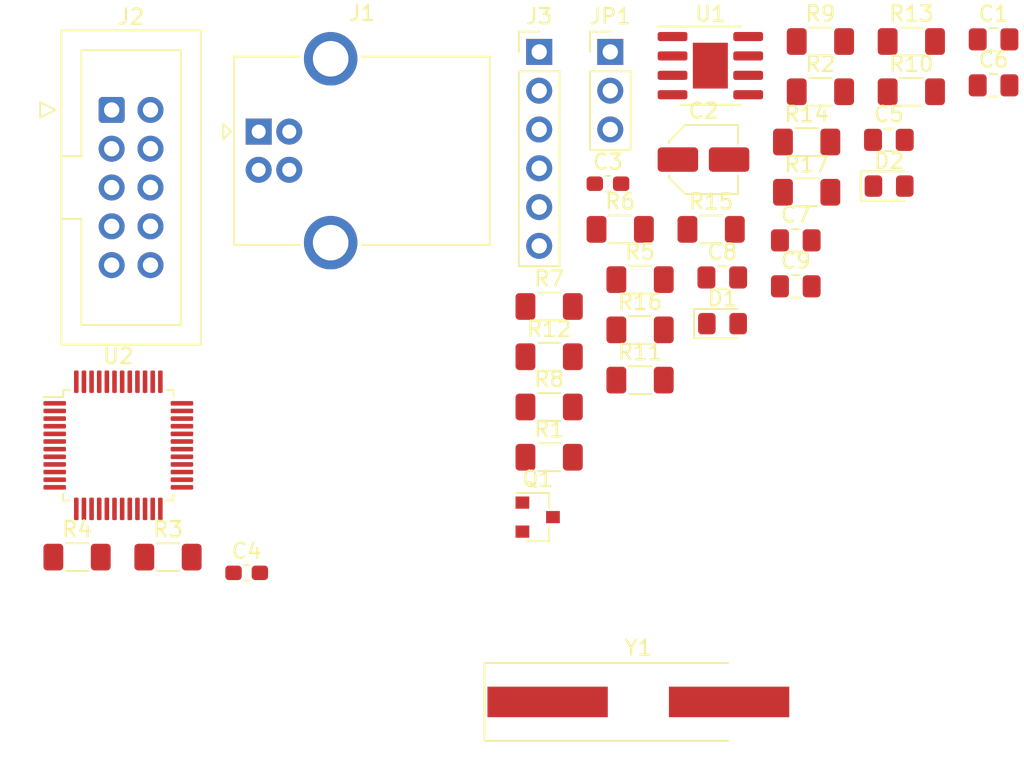
<source format=kicad_pcb>
(kicad_pcb (version 20211014) (generator pcbnew)
  (layers (0 "F.Cu" signal) (31 "B.Cu" signal) (34 "B.Paste" user) (35 "F.Paste" user) (36 "B.SilkS" user "B.Silkscreen") (37 "F.SilkS" user "F.Silkscreen") (38 "B.Mask" user) (39 "F.Mask" user) (44 "Edge.Cuts" user))
  (net 0 "")
  (net 1 "Net-(C1-Pad1)")
  (net 2 "GND")
  (net 3 "+3V3")
  (net 4 "Net-(C3-Pad1)")
  (net 5 "Net-(C4-Pad2)")
  (net 6 "/NRST")
  (net 7 "/LED")
  (net 8 "Net-(D1-Pad2)")
  (net 9 "Net-(D2-Pad1)")
  (net 10 "+5V")
  (net 11 "Net-(J1-Pad2)")
  (net 12 "Net-(J1-Pad3)")
  (net 13 "/T_PWR")
  (net 14 "/T_CLK")
  (net 15 "/T_SWO")
  (net 16 "/T_TX")
  (net 17 "/T_DIO")
  (net 18 "/T_RST")
  (net 19 "/T_RX")
  (net 20 "/DIO")
  (net 21 "/CLK")
  (net 22 "/BOOT0")
  (net 23 "Net-(JP1-Pad2)")
  (net 24 "Net-(Q1-Pad1)")
  (net 25 "Net-(Q1-Pad2)")
  (net 26 "Net-(R1-Pad2)")
  (net 27 "Net-(R2-Pad2)")
  (net 28 "/USB_D+")
  (net 29 "/USB_D-")
  (net 30 "/USB_RENUM")
  (net 31 "Net-(R10-Pad2)")
  (net 32 "Net-(R11-Pad2)")
  (net 33 "Net-(R12-Pad2)")
  (net 34 "Net-(R14-Pad2)")
  (footprint "Resistor_SMD:R_1206_3216Metric_Pad1.30x1.75mm_HandSolder" (layer "F.Cu") (at 150.576 94.235)
    (fp_text reference "R10" (at 0 -1.82) (layer "F.SilkS"))
    (fp_text value "10k")
    (fp_line (start -0.727064 0.91) (end 0.727064 0.91) (layer "F.SilkS") (width 0.12))
    (fp_line (start -0.727064 -0.91) (end 0.727064 -0.91) (layer "F.SilkS") (width 0.12))
    (pad "1" smd roundrect locked (at -1.55 0) (size 1.3 1.75) (layers "F.Cu" "F.Paste" "F.Mask") (roundrect_rratio 0.192308) (net 2 "GND"))
    (pad "2" smd roundrect locked (at 1.55 0) (size 1.3 1.75) (layers "F.Cu" "F.Paste" "F.Mask") (roundrect_rratio 0.192308) (net 31 "Net-(R10-Pad2)"))
  )
  (footprint "Resistor_SMD:R_1206_3216Metric_Pad1.30x1.75mm_HandSolder" (layer "F.Cu") (at 131.526 103.245)
    (fp_text reference "R6" (at 0 -1.82) (layer "F.SilkS"))
    (fp_text value "10k")
    (fp_line (start -0.727064 -0.91) (end 0.727064 -0.91) (layer "F.SilkS") (width 0.12))
    (fp_line (start -0.727064 0.91) (end 0.727064 0.91) (layer "F.SilkS") (width 0.12))
    (pad "1" smd roundrect locked (at -1.55 0) (size 1.3 1.75) (layers "F.Cu" "F.Paste" "F.Mask") (roundrect_rratio 0.192308) (net 24 "Net-(Q1-Pad1)"))
    (pad "2" smd roundrect locked (at 1.55 0) (size 1.3 1.75) (layers "F.Cu" "F.Paste" "F.Mask") (roundrect_rratio 0.192308) (net 10 "+5V"))
  )
  (footprint "Resistor_SMD:R_1206_3216Metric_Pad1.30x1.75mm_HandSolder" (layer "F.Cu") (at 137.476 103.245)
    (fp_text reference "R15" (at 0 -1.82) (layer "F.SilkS"))
    (fp_text value "4.7k")
    (fp_line (start -0.727064 0.91) (end 0.727064 0.91) (layer "F.SilkS") (width 0.12))
    (fp_line (start -0.727064 -0.91) (end 0.727064 -0.91) (layer "F.SilkS") (width 0.12))
    (pad "1" smd roundrect locked (at -1.55 0) (size 1.3 1.75) (layers "F.Cu" "F.Paste" "F.Mask") (roundrect_rratio 0.192308) (net 34 "Net-(R14-Pad2)"))
    (pad "2" smd roundrect locked (at 1.55 0) (size 1.3 1.75) (layers "F.Cu" "F.Paste" "F.Mask") (roundrect_rratio 0.192308) (net 2 "GND"))
  )
  (footprint "Capacitor_SMD:C_Elec_4x5.4" (layer "F.Cu") (at 136.976 98.675)
    (fp_text reference "C2" (at 0 -3.2) (layer "F.SilkS"))
    (fp_text value "1uF")
    (fp_line (start 2.26 2.26) (end 2.26 1.06) (layer "F.SilkS") (width 0.12))
    (fp_line (start -2.26 1.195563) (end -1.195563 2.26) (layer "F.SilkS") (width 0.12))
    (fp_line (start -1.195563 2.26) (end 2.26 2.26) (layer "F.SilkS") (width 0.12))
    (fp_line (start -2.26 -1.195563) (end -2.26 -1.06) (layer "F.SilkS") (width 0.12))
    (fp_line (start -2.26 1.195563) (end -2.26 1.06) (layer "F.SilkS") (width 0.12))
    (fp_line (start -1.195563 -2.26) (end 2.26 -2.26) (layer "F.SilkS") (width 0.12))
    (fp_line (start -2.26 -1.195563) (end -1.195563 -2.26) (layer "F.SilkS") (width 0.12))
    (fp_line (start 2.26 -2.26) (end 2.26 -1.06) (layer "F.SilkS") (width 0.12))
    (pad "1" smd roundrect locked (at -1.675 0) (size 2.65 1.6) (layers "F.Cu" "F.Paste" "F.Mask") (roundrect_rratio 0.15625) (net 3 "+3V3"))
    (pad "2" smd roundrect locked (at 1.675 0) (size 2.65 1.6) (layers "F.Cu" "F.Paste" "F.Mask") (roundrect_rratio 0.15625) (net 2 "GND"))
  )
  (footprint "Capacitor_SMD:C_0805_2012Metric_Pad1.18x1.45mm_HandSolder" (layer "F.Cu") (at 143.016 106.975)
    (fp_text reference "C9" (at 0 -1.68) (layer "F.SilkS"))
    (fp_text value "100n")
    (fp_line (start -0.261252 -0.735) (end 0.261252 -0.735) (layer "F.SilkS") (width 0.12))
    (fp_line (start -0.261252 0.735) (end 0.261252 0.735) (layer "F.SilkS") (width 0.12))
    (pad "1" smd roundrect locked (at -1.0375 0) (size 1.175 1.45) (layers "F.Cu" "F.Paste" "F.Mask") (roundrect_rratio 0.212766) (net 3 "+3V3"))
    (pad "2" smd roundrect locked (at 1.0375 0) (size 1.175 1.45) (layers "F.Cu" "F.Paste" "F.Mask") (roundrect_rratio 0.212766) (net 2 "GND"))
  )
  (footprint "Package_SO:SOIC-8-1EP_3.9x4.9mm_P1.27mm_EP2.29x3mm" (layer "F.Cu") (at 137.426 92.525)
    (fp_text reference "U1" (at 0 -3.4) (layer "F.SilkS"))
    (fp_text value "TC1263-5.0VOATR")
    (fp_line (start 0 2.56) (end -1.95 2.56) (layer "F.SilkS") (width 0.12))
    (fp_line (start 0 -2.56) (end -3.45 -2.56) (layer "F.SilkS") (width 0.12))
    (fp_line (start 0 2.56) (end 1.95 2.56) (layer "F.SilkS") (width 0.12))
    (fp_line (start 0 -2.56) (end 1.95 -2.56) (layer "F.SilkS") (width 0.12))
    (pad "1" smd roundrect locked (at -2.475 -1.905) (size 1.95 0.6) (layers "F.Cu" "F.Paste" "F.Mask") (net 3 "+3V3"))
    (pad "2" smd roundrect locked (at -2.475 -0.635) (size 1.95 0.6) (layers "F.Cu" "F.Paste" "F.Mask") (net 2 "GND"))
    (pad "3" smd roundrect locked (at -2.475 0.635) (size 1.95 0.6) (layers "F.Cu" "F.Paste" "F.Mask"))
    (pad "4" smd roundrect locked (at -2.475 1.905) (size 1.95 0.6) (layers "F.Cu" "F.Paste" "F.Mask") (net 1 "Net-(C1-Pad1)"))
    (pad "5" smd roundrect locked (at 2.475 1.905) (size 1.95 0.6) (layers "F.Cu" "F.Paste" "F.Mask") (net 26 "Net-(R1-Pad2)"))
    (pad "6" smd roundrect locked (at 2.475 0.635) (size 1.95 0.6) (layers "F.Cu" "F.Paste" "F.Mask") (net 27 "Net-(R2-Pad2)"))
    (pad "7" smd roundrect locked (at 2.475 -0.635) (size 1.95 0.6) (layers "F.Cu" "F.Paste" "F.Mask"))
    (pad "8" smd roundrect locked (at 2.475 -1.905) (size 1.95 0.6) (layers "F.Cu" "F.Paste" "F.Mask") (net 10 "+5V"))
    (pad "9" smd rect locked (at 0 0) (size 2.29 3) (layers "F.Cu" "F.Mask"))
  )
  (footprint "Resistor_SMD:R_1206_3216Metric_Pad1.30x1.75mm_HandSolder" (layer "F.Cu") (at 132.826 113.115)
    (fp_text reference "R11" (at 0 -1.82) (layer "F.SilkS"))
    (fp_text value "DNP")
    (fp_line (start -0.727064 -0.91) (end 0.727064 -0.91) (layer "F.SilkS") (width 0.12))
    (fp_line (start -0.727064 0.91) (end 0.727064 0.91) (layer "F.SilkS") (width 0.12))
    (pad "1" smd roundrect locked (at -1.55 0) (size 1.3 1.75) (layers "F.Cu" "F.Paste" "F.Mask") (roundrect_rratio 0.192308) (net 2 "GND"))
    (pad "2" smd roundrect locked (at 1.55 0) (size 1.3 1.75) (layers "F.Cu" "F.Paste" "F.Mask") (roundrect_rratio 0.192308) (net 32 "Net-(R11-Pad2)"))
  )
  (footprint "Resistor_SMD:R_1206_3216Metric_Pad1.30x1.75mm_HandSolder" (layer "F.Cu") (at 143.726 97.525)
    (fp_text reference "R14" (at 0 -1.82) (layer "F.SilkS"))
    (fp_text value "4.7k")
    (fp_line (start -0.727064 0.91) (end 0.727064 0.91) (layer "F.SilkS") (width 0.12))
    (fp_line (start -0.727064 -0.91) (end 0.727064 -0.91) (layer "F.SilkS") (width 0.12))
    (pad "1" smd roundrect locked (at -1.55 0) (size 1.3 1.75) (layers "F.Cu" "F.Paste" "F.Mask") (roundrect_rratio 0.192308) (net 23 "Net-(JP1-Pad2)"))
    (pad "2" smd roundrect locked (at 1.55 0) (size 1.3 1.75) (layers "F.Cu" "F.Paste" "F.Mask") (roundrect_rratio 0.192308) (net 34 "Net-(R14-Pad2)"))
  )
  (footprint "Package_QFP:LQFP-48_7x7mm_P0.5mm" (layer "F.Cu") (at 98.686 117.385)
    (fp_text reference "U2" (at 0 -5.85) (layer "F.SilkS"))
    (fp_text value "STM32F103CBTx")
    (fp_line (start -3.16 -3.61) (end -3.61 -3.61) (layer "F.SilkS") (width 0.12))
    (fp_line (start -3.16 3.61) (end -3.61 3.61) (layer "F.SilkS") (width 0.12))
    (fp_line (start 3.61 3.61) (end 3.61 3.16) (layer "F.SilkS") (width 0.12))
    (fp_line (start 3.61 -3.61) (end 3.61 -3.16) (layer "F.SilkS") (width 0.12))
    (fp_line (start 3.16 -3.61) (end 3.61 -3.61) (layer "F.SilkS") (width 0.12))
    (fp_line (start -3.61 -3.16) (end -4.9 -3.16) (layer "F.SilkS") (width 0.12))
    (fp_line (start 3.16 3.61) (end 3.61 3.61) (layer "F.SilkS") (width 0.12))
    (fp_line (start -3.61 -3.61) (end -3.61 -3.16) (layer "F.SilkS") (width 0.12))
    (fp_line (start -3.61 3.61) (end -3.61 3.16) (layer "F.SilkS") (width 0.12))
    (pad "1" smd roundrect locked (at -4.1625 -2.75) (size 1.475 0.3) (layers "F.Cu" "F.Paste" "F.Mask") (net 3 "+3V3"))
    (pad "2" smd roundrect locked (at -4.1625 -2.25) (size 1.475 0.3) (layers "F.Cu" "F.Paste" "F.Mask") (net 31 "Net-(R10-Pad2)"))
    (pad "3" smd roundrect locked (at -4.1625 -1.75) (size 1.475 0.3) (layers "F.Cu" "F.Paste" "F.Mask") (net 32 "Net-(R11-Pad2)"))
    (pad "4" smd roundrect locked (at -4.1625 -1.25) (size 1.475 0.3) (layers "F.Cu" "F.Paste" "F.Mask"))
    (pad "5" smd roundrect locked (at -4.1625 -0.75) (size 1.475 0.3) (layers "F.Cu" "F.Paste" "F.Mask") (net 4 "Net-(C3-Pad1)"))
    (pad "6" smd roundrect locked (at -4.1625 -0.25) (size 1.475 0.3) (layers "F.Cu" "F.Paste" "F.Mask") (net 5 "Net-(C4-Pad2)"))
    (pad "7" smd roundrect locked (at -4.1625 0.25) (size 1.475 0.3) (layers "F.Cu" "F.Paste" "F.Mask") (net 6 "/NRST"))
    (pad "8" smd roundrect locked (at -4.1625 0.75) (size 1.475 0.3) (layers "F.Cu" "F.Paste" "F.Mask") (net 2 "GND"))
    (pad "9" smd roundrect locked (at -4.1625 1.25) (size 1.475 0.3) (layers "F.Cu" "F.Paste" "F.Mask") (net 3 "+3V3"))
    (pad "10" smd roundrect locked (at -4.1625 1.75) (size 1.475 0.3) (layers "F.Cu" "F.Paste" "F.Mask") (net 34 "Net-(R14-Pad2)"))
    (pad "11" smd roundrect locked (at -4.1625 2.25) (size 1.475 0.3) (layers "F.Cu" "F.Paste" "F.Mask"))
    (pad "12" smd roundrect locked (at -4.1625 2.75) (size 1.475 0.3) (layers "F.Cu" "F.Paste" "F.Mask") (net 16 "/T_TX"))
    (pad "13" smd roundrect locked (at -2.75 4.1625) (size 0.3 1.475) (layers "F.Cu" "F.Paste" "F.Mask") (net 19 "/T_RX"))
    (pad "14" smd roundrect locked (at -2.25 4.1625) (size 0.3 1.475) (layers "F.Cu" "F.Paste" "F.Mask"))
    (pad "15" smd roundrect locked (at -1.75 4.1625) (size 0.3 1.475) (layers "F.Cu" "F.Paste" "F.Mask"))
    (pad "16" smd roundrect locked (at -1.25 4.1625) (size 0.3 1.475) (layers "F.Cu" "F.Paste" "F.Mask"))
    (pad "17" smd roundrect locked (at -0.75 4.1625) (size 0.3 1.475) (layers "F.Cu" "F.Paste" "F.Mask"))
    (pad "18" smd roundrect locked (at -0.25 4.1625) (size 0.3 1.475) (layers "F.Cu" "F.Paste" "F.Mask") (net 18 "/T_RST"))
    (pad "19" smd roundrect locked (at 0.25 4.1625) (size 0.3 1.475) (layers "F.Cu" "F.Paste" "F.Mask"))
    (pad "20" smd roundrect locked (at 0.75 4.1625) (size 0.3 1.475) (layers "F.Cu" "F.Paste" "F.Mask"))
    (pad "21" smd roundrect locked (at 1.25 4.1625) (size 0.3 1.475) (layers "F.Cu" "F.Paste" "F.Mask"))
    (pad "22" smd roundrect locked (at 1.75 4.1625) (size 0.3 1.475) (layers "F.Cu" "F.Paste" "F.Mask"))
    (pad "23" smd roundrect locked (at 2.25 4.1625) (size 0.3 1.475) (layers "F.Cu" "F.Paste" "F.Mask") (net 2 "GND"))
    (pad "24" smd roundrect locked (at 2.75 4.1625) (size 0.3 1.475) (layers "F.Cu" "F.Paste" "F.Mask") (net 3 "+3V3"))
    (pad "25" smd roundrect locked (at 4.1625 2.75) (size 1.475 0.3) (layers "F.Cu" "F.Paste" "F.Mask") (net 33 "Net-(R12-Pad2)"))
    (pad "26" smd roundrect locked (at 4.1625 2.25) (size 1.475 0.3) (layers "F.Cu" "F.Paste" "F.Mask") (net 14 "/T_CLK"))
    (pad "27" smd roundrect locked (at 4.1625 1.75) (size 1.475 0.3) (layers "F.Cu" "F.Paste" "F.Mask") (net 17 "/T_DIO"))
    (pad "28" smd roundrect locked (at 4.1625 1.25) (size 1.475 0.3) (layers "F.Cu" "F.Paste" "F.Mask"))
    (pad "29" smd roundrect locked (at 4.1625 0.75) (size 1.475 0.3) (layers "F.Cu" "F.Paste" "F.Mask"))
    (pad "30" smd roundrect locked (at 4.1625 0.25) (size 1.475 0.3) (layers "F.Cu" "F.Paste" "F.Mask") (net 7 "/LED"))
    (pad "31" smd roundrect locked (at 4.1625 -0.25) (size 1.475 0.3) (layers "F.Cu" "F.Paste" "F.Mask") (net 15 "/T_SWO"))
    (pad "32" smd roundrect locked (at 4.1625 -0.75) (size 1.475 0.3) (layers "F.Cu" "F.Paste" "F.Mask") (net 29 "/USB_D-"))
    (pad "33" smd roundrect locked (at 4.1625 -1.25) (size 1.475 0.3) (layers "F.Cu" "F.Paste" "F.Mask") (net 28 "/USB_D+"))
    (pad "34" smd roundrect locked (at 4.1625 -1.75) (size 1.475 0.3) (layers "F.Cu" "F.Paste" "F.Mask") (net 20 "/DIO"))
    (pad "35" smd roundrect locked (at 4.1625 -2.25) (size 1.475 0.3) (layers "F.Cu" "F.Paste" "F.Mask") (net 2 "GND"))
    (pad "36" smd roundrect locked (at 4.1625 -2.75) (size 1.475 0.3) (layers "F.Cu" "F.Paste" "F.Mask") (net 3 "+3V3"))
    (pad "37" smd roundrect locked (at 2.75 -4.1625) (size 0.3 1.475) (layers "F.Cu" "F.Paste" "F.Mask") (net 21 "/CLK"))
    (pad "38" smd roundrect locked (at 2.25 -4.1625) (size 0.3 1.475) (layers "F.Cu" "F.Paste" "F.Mask") (net 30 "/USB_RENUM"))
    (pad "39" smd roundrect locked (at 1.75 -4.1625) (size 0.3 1.475) (layers "F.Cu" "F.Paste" "F.Mask"))
    (pad "40" smd roundrect locked (at 1.25 -4.1625) (size 0.3 1.475) (layers "F.Cu" "F.Paste" "F.Mask"))
    (pad "41" smd roundrect locked (at 0.75 -4.1625) (size 0.3 1.475) (layers "F.Cu" "F.Paste" "F.Mask"))
    (pad "42" smd roundrect locked (at 0.25 -4.1625) (size 0.3 1.475) (layers "F.Cu" "F.Paste" "F.Mask"))
    (pad "43" smd roundrect locked (at -0.25 -4.1625) (size 0.3 1.475) (layers "F.Cu" "F.Paste" "F.Mask"))
    (pad "44" smd roundrect locked (at -0.75 -4.1625) (size 0.3 1.475) (layers "F.Cu" "F.Paste" "F.Mask") (net 22 "/BOOT0"))
    (pad "45" smd roundrect locked (at -1.25 -4.1625) (size 0.3 1.475) (layers "F.Cu" "F.Paste" "F.Mask"))
    (pad "46" smd roundrect locked (at -1.75 -4.1625) (size 0.3 1.475) (layers "F.Cu" "F.Paste" "F.Mask"))
    (pad "47" smd roundrect locked (at -2.25 -4.1625) (size 0.3 1.475) (layers "F.Cu" "F.Paste" "F.Mask") (net 2 "GND"))
    (pad "48" smd roundrect locked (at -2.75 -4.1625) (size 0.3 1.475) (layers "F.Cu" "F.Paste" "F.Mask") (net 3 "+3V3"))
  )
  (footprint "Capacitor_SMD:C_0603_1608Metric_Pad1.08x0.95mm_HandSolder" (layer "F.Cu") (at 107.086 125.735)
    (fp_text reference "C4" (at 0 -1.43) (layer "F.SilkS"))
    (fp_text value "20p")
    (fp_line (start -0.146267 -0.51) (end 0.146267 -0.51) (layer "F.SilkS") (width 0.12))
    (fp_line (start -0.146267 0.51) (end 0.146267 0.51) (layer "F.SilkS") (width 0.12))
    (pad "1" smd roundrect locked (at -0.8625 0) (size 1.075 0.95) (layers "F.Cu" "F.Paste" "F.Mask") (net 2 "GND"))
    (pad "2" smd roundrect locked (at 0.8625 0) (size 1.075 0.95) (layers "F.Cu" "F.Paste" "F.Mask") (net 5 "Net-(C4-Pad2)"))
  )
  (footprint "Resistor_SMD:R_1206_3216Metric_Pad1.30x1.75mm_HandSolder" (layer "F.Cu") (at 144.626 90.945)
    (fp_text reference "R9" (at 0 -1.82) (layer "F.SilkS"))
    (fp_text value "100k")
    (fp_line (start -0.727064 0.91) (end 0.727064 0.91) (layer "F.SilkS") (width 0.12))
    (fp_line (start -0.727064 -0.91) (end 0.727064 -0.91) (layer "F.SilkS") (width 0.12))
    (pad "1" smd roundrect locked (at -1.55 0) (size 1.3 1.75) (layers "F.Cu" "F.Paste" "F.Mask") (roundrect_rratio 0.192308) (net 2 "GND"))
    (pad "2" smd roundrect locked (at 1.55 0) (size 1.3 1.75) (layers "F.Cu" "F.Paste" "F.Mask") (roundrect_rratio 0.192308) (net 22 "/BOOT0"))
  )
  (footprint "Connector_PinHeader_2.54mm:PinHeader_1x03_P2.54mm_Vertical" (layer "F.Cu") (at 130.876 91.625)
    (fp_text reference "JP1" (at 0 -2.33) (layer "F.SilkS"))
    (fp_text value "Jumper_3_Bridged12")
    (fp_line (start -1.33 1.27) (end 1.33 1.27) (layer "F.SilkS") (width 0.12))
    (fp_line (start -1.33 1.27) (end -1.33 6.41) (layer "F.SilkS") (width 0.12))
    (fp_line (start -1.33 0) (end -1.33 -1.33) (layer "F.SilkS") (width 0.12))
    (fp_line (start 1.33 1.27) (end 1.33 6.41) (layer "F.SilkS") (width 0.12))
    (fp_line (start -1.33 6.41) (end 1.33 6.41) (layer "F.SilkS") (width 0.12))
    (fp_line (start -1.33 -1.33) (end 0 -1.33) (layer "F.SilkS") (width 0.12))
    (pad "1" thru_hole rect locked (at 0 0) (size 1.7 1.7) (drill 1) (layers *.Cu *.Mask) (net 3 "+3V3"))
    (pad "2" thru_hole oval locked (at 0 2.54) (size 1.7 1.7) (drill 1) (layers *.Cu *.Mask) (net 23 "Net-(JP1-Pad2)"))
    (pad "3" thru_hole oval locked (at 0 5.08) (size 1.7 1.7) (drill 1) (layers *.Cu *.Mask) (net 13 "/T_PWR"))
  )
  (footprint "Capacitor_SMD:C_0805_2012Metric_Pad1.18x1.45mm_HandSolder" (layer "F.Cu") (at 149.106 97.385)
    (fp_text reference "C5" (at 0 -1.68) (layer "F.SilkS"))
    (fp_text value "100n")
    (fp_line (start -0.261252 -0.735) (end 0.261252 -0.735) (layer "F.SilkS") (width 0.12))
    (fp_line (start -0.261252 0.735) (end 0.261252 0.735) (layer "F.SilkS") (width 0.12))
    (pad "1" smd roundrect locked (at -1.0375 0) (size 1.175 1.45) (layers "F.Cu" "F.Paste" "F.Mask") (roundrect_rratio 0.212766) (net 2 "GND"))
    (pad "2" smd roundrect locked (at 1.0375 0) (size 1.175 1.45) (layers "F.Cu" "F.Paste" "F.Mask") (roundrect_rratio 0.212766) (net 6 "/NRST"))
  )
  (footprint "Crystal:Crystal_SMD_HC49-SD_HandSoldering" (layer "F.Cu") (at 132.715 134.1882)
    (fp_text reference "Y1" (at 0 -3.55) (layer "F.SilkS"))
    (fp_text value "8MHz")
    (fp_line (start 5.9 -2.55) (end -10.075 -2.55) (layer "F.SilkS") (width 0.12))
    (fp_line (start -10.075 2.55) (end 5.9 2.55) (layer "F.SilkS") (width 0.12))
    (fp_line (start -10.075 -2.55) (end -10.075 2.55) (layer "F.SilkS") (width 0.12))
    (pad "1" smd rect locked (at -5.9375 0) (size 7.875 2) (layers "F.Cu" "F.Paste" "F.Mask") (net 5 "Net-(C4-Pad2)"))
    (pad "2" smd rect locked (at 5.9375 0) (size 7.875 2) (layers "F.Cu" "F.Paste" "F.Mask") (net 4 "Net-(C3-Pad1)"))
  )
  (footprint "Capacitor_SMD:C_0805_2012Metric_Pad1.18x1.45mm_HandSolder" (layer "F.Cu") (at 143.016 103.965)
    (fp_text reference "C7" (at 0 -1.68) (layer "F.SilkS"))
    (fp_text value "100n")
    (fp_line (start -0.261252 0.735) (end 0.261252 0.735) (layer "F.SilkS") (width 0.12))
    (fp_line (start -0.261252 -0.735) (end 0.261252 -0.735) (layer "F.SilkS") (width 0.12))
    (pad "1" smd roundrect locked (at -1.0375 0) (size 1.175 1.45) (layers "F.Cu" "F.Paste" "F.Mask") (roundrect_rratio 0.212766) (net 3 "+3V3"))
    (pad "2" smd roundrect locked (at 1.0375 0) (size 1.175 1.45) (layers "F.Cu" "F.Paste" "F.Mask") (roundrect_rratio 0.212766) (net 2 "GND"))
  )
  (footprint "Connector_PinHeader_2.54mm:PinHeader_1x06_P2.54mm_Vertical" (layer "F.Cu") (at 126.226 91.625)
    (fp_text reference "J3" (at 0 -2.33) (layer "F.SilkS"))
    (fp_text value "Conn_01x06_Male")
    (fp_line (start -1.33 1.27) (end 1.33 1.27) (layer "F.SilkS") (width 0.12))
    (fp_line (start -1.33 0) (end -1.33 -1.33) (layer "F.SilkS") (width 0.12))
    (fp_line (start -1.33 -1.33) (end 0 -1.33) (layer "F.SilkS") (width 0.12))
    (fp_line (start -1.33 1.27) (end -1.33 14.03) (layer "F.SilkS") (width 0.12))
    (fp_line (start 1.33 1.27) (end 1.33 14.03) (layer "F.SilkS") (width 0.12))
    (fp_line (start -1.33 14.03) (end 1.33 14.03) (layer "F.SilkS") (width 0.12))
    (pad "1" thru_hole rect locked (at 0 0) (size 1.7 1.7) (drill 1) (layers *.Cu *.Mask) (net 3 "+3V3"))
    (pad "2" thru_hole oval locked (at 0 2.54) (size 1.7 1.7) (drill 1) (layers *.Cu *.Mask) (net 20 "/DIO"))
    (pad "3" thru_hole oval locked (at 0 5.08) (size 1.7 1.7) (drill 1) (layers *.Cu *.Mask) (net 21 "/CLK"))
    (pad "4" thru_hole oval locked (at 0 7.62) (size 1.7 1.7) (drill 1) (layers *.Cu *.Mask) (net 22 "/BOOT0"))
    (pad "5" thru_hole oval locked (at 0 10.16) (size 1.7 1.7) (drill 1) (layers *.Cu *.Mask) (net 6 "/NRST"))
    (pad "6" thru_hole oval locked (at 0 12.7) (size 1.7 1.7) (drill 1) (layers *.Cu *.Mask) (net 2 "GND"))
  )
  (footprint "Capacitor_SMD:C_0805_2012Metric_Pad1.18x1.45mm_HandSolder" (layer "F.Cu") (at 155.956 93.815)
    (fp_text reference "C6" (at 0 -1.68) (layer "F.SilkS"))
    (fp_text value "100n")
    (fp_line (start -0.261252 -0.735) (end 0.261252 -0.735) (layer "F.SilkS") (width 0.12))
    (fp_line (start -0.261252 0.735) (end 0.261252 0.735) (layer "F.SilkS") (width 0.12))
    (pad "1" smd roundrect locked (at -1.0375 0) (size 1.175 1.45) (layers "F.Cu" "F.Paste" "F.Mask") (roundrect_rratio 0.212766) (net 3 "+3V3"))
    (pad "2" smd roundrect locked (at 1.0375 0) (size 1.175 1.45) (layers "F.Cu" "F.Paste" "F.Mask") (roundrect_rratio 0.212766) (net 2 "GND"))
  )
  (footprint "Resistor_SMD:R_1206_3216Metric_Pad1.30x1.75mm_HandSolder" (layer "F.Cu") (at 101.936 124.705)
    (fp_text reference "R3" (at 0 -1.82) (layer "F.SilkS"))
    (fp_text value "1.5k")
    (fp_line (start -0.727064 -0.91) (end 0.727064 -0.91) (layer "F.SilkS") (width 0.12))
    (fp_line (start -0.727064 0.91) (end 0.727064 0.91) (layer "F.SilkS") (width 0.12))
    (pad "1" smd roundrect locked (at -1.55 0) (size 1.3 1.75) (layers "F.Cu" "F.Paste" "F.Mask") (roundrect_rratio 0.192308) (net 12 "Net-(J1-Pad3)"))
    (pad "2" smd roundrect locked (at 1.55 0) (size 1.3 1.75) (layers "F.Cu" "F.Paste" "F.Mask") (roundrect_rratio 0.192308) (net 25 "Net-(Q1-Pad2)"))
  )
  (footprint "Resistor_SMD:R_1206_3216Metric_Pad1.30x1.75mm_HandSolder" (layer "F.Cu") (at 126.876 118.165)
    (fp_text reference "R1" (at 0 -1.82) (layer "F.SilkS"))
    (fp_text value "1M")
    (fp_line (start -0.727064 -0.91) (end 0.727064 -0.91) (layer "F.SilkS") (width 0.12))
    (fp_line (start -0.727064 0.91) (end 0.727064 0.91) (layer "F.SilkS") (width 0.12))
    (pad "1" smd roundrect locked (at -1.55 0) (size 1.3 1.75) (layers "F.Cu" "F.Paste" "F.Mask") (roundrect_rratio 0.192308) (net 10 "+5V"))
    (pad "2" smd roundrect locked (at 1.55 0) (size 1.3 1.75) (layers "F.Cu" "F.Paste" "F.Mask") (roundrect_rratio 0.192308) (net 26 "Net-(R1-Pad2)"))
  )
  (footprint "LED_SMD:LED_0805_2012Metric_Pad1.15x1.40mm_HandSolder" (layer "F.Cu") (at 149.121 100.41)
    (fp_text reference "D2" (at 0 -1.65) (layer "F.SilkS"))
    (fp_text value "LED")
    (fp_line (start -1.86 0.96) (end 1 0.96) (layer "F.SilkS") (width 0.12))
    (fp_line (start 1 -0.96) (end -1.86 -0.96) (layer "F.SilkS") (width 0.12))
    (fp_line (start -1.86 -0.96) (end -1.86 0.96) (layer "F.SilkS") (width 0.12))
    (pad "1" smd roundrect locked (at -1.025 0) (size 1.15 1.4) (layers "F.Cu" "F.Paste" "F.Mask") (roundrect_rratio 0.217391) (net 9 "Net-(D2-Pad1)"))
    (pad "2" smd roundrect locked (at 1.025 0) (size 1.15 1.4) (layers "F.Cu" "F.Paste" "F.Mask") (roundrect_rratio 0.217391) (net 7 "/LED"))
  )
  (footprint "Connector_USB:USB_B_OST_USB-B1HSxx_Horizontal" (layer "F.Cu") (at 107.871 96.845)
    (fp_text reference "J1" (at 6.76 -7.77) (layer "F.SilkS"))
    (fp_text value "USB_B")
    (fp_line (start -2.32 -0.5) (end -2.32 0.5) (layer "F.SilkS") (width 0.12))
    (fp_line (start -2.32 0.5) (end -1.82 0) (layer "F.SilkS") (width 0.12))
    (fp_line (start 6.76 -4.91) (end 15.12 -4.91) (layer "F.SilkS") (width 0.12))
    (fp_line (start 15.12 -4.91) (end 15.12 7.41) (layer "F.SilkS") (width 0.12))
    (fp_line (start 15.12 7.41) (end 6.76 7.41) (layer "F.SilkS") (width 0.12))
    (fp_line (start 2.66 -4.91) (end -1.6 -4.91) (layer "F.SilkS") (width 0.12))
    (fp_line (start -1.6 -4.91) (end -1.6 7.41) (layer "F.SilkS") (width 0.12))
    (fp_line (start -1.82 0) (end -2.32 -0.5) (layer "F.SilkS") (width 0.12))
    (fp_line (start -1.6 7.41) (end 2.66 7.41) (layer "F.SilkS") (width 0.12))
    (pad "1" thru_hole rect locked (at 0 0) (size 1.7 1.7) (drill 0.92) (layers *.Cu *.Mask) (net 10 "+5V"))
    (pad "2" thru_hole circle locked (at 0 2.5) (size 1.7 1.7) (drill 0.92) (layers *.Cu *.Mask) (net 11 "Net-(J1-Pad2)"))
    (pad "3" thru_hole circle locked (at 2 2.5) (size 1.7 1.7) (drill 0.92) (layers *.Cu *.Mask) (net 12 "Net-(J1-Pad3)"))
    (pad "4" thru_hole circle locked (at 2 0) (size 1.7 1.7) (drill 0.92) (layers *.Cu *.Mask) (net 2 "GND"))
    (pad "5" thru_hole circle locked (at 4.71 7.27) (size 3.5 3.5) (drill 2.33) (layers *.Cu *.Mask) (net 2 "GND"))
    (pad "5" thru_hole circle locked (at 4.71 -4.77) (size 3.5 3.5) (drill 2.33) (layers *.Cu *.Mask) (net 2 "GND"))
  )
  (footprint "Resistor_SMD:R_1206_3216Metric_Pad1.30x1.75mm_HandSolder" (layer "F.Cu") (at 150.576 90.945)
    (fp_text reference "R13" (at 0 -1.82) (layer "F.SilkS"))
    (fp_text value "100k")
    (fp_line (start -0.727064 -0.91) (end 0.727064 -0.91) (layer "F.SilkS") (width 0.12))
    (fp_line (start -0.727064 0.91) (end 0.727064 0.91) (layer "F.SilkS") (width 0.12))
    (pad "1" smd roundrect locked (at -1.55 0) (size 1.3 1.75) (layers "F.Cu" "F.Paste" "F.Mask") (roundrect_rratio 0.192308) (net 6 "/NRST"))
    (pad "2" smd roundrect locked (at 1.55 0) (size 1.3 1.75) (layers "F.Cu" "F.Paste" "F.Mask") (roundrect_rratio 0.192308) (net 3 "+3V3"))
  )
  (footprint "Resistor_SMD:R_1206_3216Metric_Pad1.30x1.75mm_HandSolder" (layer "F.Cu") (at 126.876 114.875)
    (fp_text reference "R8" (at 0 -1.82) (layer "F.SilkS"))
    (fp_text value "100")
    (fp_line (start -0.727064 0.91) (end 0.727064 0.91) (layer "F.SilkS") (width 0.12))
    (fp_line (start -0.727064 -0.91) (end 0.727064 -0.91) (layer "F.SilkS") (width 0.12))
    (pad "1" smd roundrect locked (at -1.55 0) (size 1.3 1.75) (layers "F.Cu" "F.Paste" "F.Mask") (roundrect_rratio 0.192308) (net 24 "Net-(Q1-Pad1)"))
    (pad "2" smd roundrect locked (at 1.55 0) (size 1.3 1.75) (layers "F.Cu" "F.Paste" "F.Mask") (roundrect_rratio 0.192308) (net 30 "/USB_RENUM"))
  )
  (footprint "Capacitor_SMD:C_0603_1608Metric_Pad1.08x0.95mm_HandSolder" (layer "F.Cu") (at 130.726 100.255)
    (fp_text reference "C3" (at 0 -1.43) (layer "F.SilkS"))
    (fp_text value "20p")
    (fp_line (start -0.146267 -0.51) (end 0.146267 -0.51) (layer "F.SilkS") (width 0.12))
    (fp_line (start -0.146267 0.51) (end 0.146267 0.51) (layer "F.SilkS") (width 0.12))
    (pad "1" smd roundrect locked (at -0.8625 0) (size 1.075 0.95) (layers "F.Cu" "F.Paste" "F.Mask") (net 4 "Net-(C3-Pad1)"))
    (pad "2" smd roundrect locked (at 0.8625 0) (size 1.075 0.95) (layers "F.Cu" "F.Paste" "F.Mask") (net 2 "GND"))
  )
  (footprint "Resistor_SMD:R_1206_3216Metric_Pad1.30x1.75mm_HandSolder" (layer "F.Cu") (at 132.826 109.825)
    (fp_text reference "R16" (at 0 -1.82) (layer "F.SilkS"))
    (fp_text value "220")
    (fp_line (start -0.727064 -0.91) (end 0.727064 -0.91) (layer "F.SilkS") (width 0.12))
    (fp_line (start -0.727064 0.91) (end 0.727064 0.91) (layer "F.SilkS") (width 0.12))
    (pad "1" smd roundrect locked (at -1.55 0) (size 1.3 1.75) (layers "F.Cu" "F.Paste" "F.Mask") (roundrect_rratio 0.192308) (net 3 "+3V3"))
    (pad "2" smd roundrect locked (at 1.55 0) (size 1.3 1.75) (layers "F.Cu" "F.Paste" "F.Mask") (roundrect_rratio 0.192308) (net 8 "Net-(D1-Pad2)"))
  )
  (footprint "Resistor_SMD:R_1206_3216Metric_Pad1.30x1.75mm_HandSolder" (layer "F.Cu") (at 126.876 108.295)
    (fp_text reference "R7" (at 0 -1.82) (layer "F.SilkS"))
    (fp_text value "36k")
    (fp_line (start -0.727064 -0.91) (end 0.727064 -0.91) (layer "F.SilkS") (width 0.12))
    (fp_line (start -0.727064 0.91) (end 0.727064 0.91) (layer "F.SilkS") (width 0.12))
    (pad "1" smd roundrect locked (at -1.55 0) (size 1.3 1.75) (layers "F.Cu" "F.Paste" "F.Mask") (roundrect_rratio 0.192308) (net 2 "GND"))
    (pad "2" smd roundrect locked (at 1.55 0) (size 1.3 1.75) (layers "F.Cu" "F.Paste" "F.Mask") (roundrect_rratio 0.192308) (net 24 "Net-(Q1-Pad1)"))
  )
  (footprint "Capacitor_SMD:C_0805_2012Metric_Pad1.18x1.45mm_HandSolder" (layer "F.Cu") (at 138.206 106.395)
    (fp_text reference "C8" (at 0 -1.68) (layer "F.SilkS"))
    (fp_text value "100n")
    (fp_line (start -0.261252 0.735) (end 0.261252 0.735) (layer "F.SilkS") (width 0.12))
    (fp_line (start -0.261252 -0.735) (end 0.261252 -0.735) (layer "F.SilkS") (width 0.12))
    (pad "1" smd roundrect locked (at -1.0375 0) (size 1.175 1.45) (layers "F.Cu" "F.Paste" "F.Mask") (roundrect_rratio 0.212766) (net 3 "+3V3"))
    (pad "2" smd roundrect locked (at 1.0375 0) (size 1.175 1.45) (layers "F.Cu" "F.Paste" "F.Mask") (roundrect_rratio 0.212766) (net 2 "GND"))
  )
  (footprint "Resistor_SMD:R_1206_3216Metric_Pad1.30x1.75mm_HandSolder" (layer "F.Cu") (at 143.726 100.815)
    (fp_text reference "R17" (at 0 -1.82) (layer "F.SilkS"))
    (fp_text value "220")
    (fp_line (start -0.727064 -0.91) (end 0.727064 -0.91) (layer "F.SilkS") (width 0.12))
    (fp_line (start -0.727064 0.91) (end 0.727064 0.91) (layer "F.SilkS") (width 0.12))
    (pad "1" smd roundrect locked (at -1.55 0) (size 1.3 1.75) (layers "F.Cu" "F.Paste" "F.Mask") (roundrect_rratio 0.192308) (net 9 "Net-(D2-Pad1)"))
    (pad "2" smd roundrect locked (at 1.55 0) (size 1.3 1.75) (layers "F.Cu" "F.Paste" "F.Mask") (roundrect_rratio 0.192308) (net 2 "GND"))
  )
  (footprint "Capacitor_SMD:C_0805_2012Metric_Pad1.18x1.45mm_HandSolder" (layer "F.Cu") (at 155.956 90.805)
    (fp_text reference "C1" (at 0 -1.68) (layer "F.SilkS"))
    (fp_text value "470p")
    (fp_line (start -0.261252 0.735) (end 0.261252 0.735) (layer "F.SilkS") (width 0.12))
    (fp_line (start -0.261252 -0.735) (end 0.261252 -0.735) (layer "F.SilkS") (width 0.12))
    (pad "1" smd roundrect locked (at -1.0375 0) (size 1.175 1.45) (layers "F.Cu" "F.Paste" "F.Mask") (roundrect_rratio 0.212766) (net 1 "Net-(C1-Pad1)"))
    (pad "2" smd roundrect locked (at 1.0375 0) (size 1.175 1.45) (layers "F.Cu" "F.Paste" "F.Mask") (roundrect_rratio 0.212766) (net 2 "GND"))
  )
  (footprint "Resistor_SMD:R_1206_3216Metric_Pad1.30x1.75mm_HandSolder" (layer "F.Cu") (at 144.626 94.235)
    (fp_text reference "R2" (at 0 -1.82) (layer "F.SilkS"))
    (fp_text value "10k")
    (fp_line (start -0.727064 -0.91) (end 0.727064 -0.91) (layer "F.SilkS") (width 0.12))
    (fp_line (start -0.727064 0.91) (end 0.727064 0.91) (layer "F.SilkS") (width 0.12))
    (pad "1" smd roundrect locked (at -1.55 0) (size 1.3 1.75) (layers "F.Cu" "F.Paste" "F.Mask") (roundrect_rratio 0.192308) (net 10 "+5V"))
    (pad "2" smd roundrect locked (at 1.55 0) (size 1.3 1.75) (layers "F.Cu" "F.Paste" "F.Mask") (roundrect_rratio 0.192308) (net 27 "Net-(R2-Pad2)"))
  )
  (footprint "Connector_IDC:IDC-Header_2x05_P2.54mm_Vertical" (layer "F.Cu") (at 98.251 95.425)
    (fp_text reference "J2" (at 1.27 -6.1) (layer "F.SilkS"))
    (fp_text value "Conn_02x05_Odd_Even")
    (fp_line (start 4.52 14.07) (end -1.98 14.07) (layer "F.SilkS") (width 0.12))
    (fp_line (start -3.29 -5.21) (end 5.83 -5.21) (layer "F.SilkS") (width 0.12))
    (fp_line (start -1.98 -3.91) (end 4.52 -3.91) (layer "F.SilkS") (width 0.12))
    (fp_line (start 5.83 -5.21) (end 5.83 15.37) (layer "F.SilkS") (width 0.12))
    (fp_line (start 5.83 15.37) (end -3.29 15.37) (layer "F.SilkS") (width 0.12))
    (fp_line (start -4.68 0.5) (end -3.68 0) (layer "F.SilkS") (width 0.12))
    (fp_line (start -3.29 15.37) (end -3.29 -5.21) (layer "F.SilkS") (width 0.12))
    (fp_line (start -1.98 3.03) (end -1.98 -3.91) (layer "F.SilkS") (width 0.12))
    (fp_line (start -3.68 0) (end -4.68 -0.5) (layer "F.SilkS") (width 0.12))
    (fp_line (start 4.52 -3.91) (end 4.52 14.07) (layer "F.SilkS") (width 0.12))
    (fp_line (start -1.98 7.13) (end -3.29 7.13) (layer "F.SilkS") (width 0.12))
    (fp_line (start -1.98 14.07) (end -1.98 7.13) (layer "F.SilkS") (width 0.12))
    (fp_line (start -1.98 7.13) (end -1.98 7.13) (layer "F.SilkS") (width 0.12))
    (fp_line (start -4.68 -0.5) (end -4.68 0.5) (layer "F.SilkS") (width 0.12))
    (fp_line (start -3.29 3.03) (end -1.98 3.03) (layer "F.SilkS") (width 0.12))
    (pad "1" thru_hole roundrect locked (at 0 0) (size 1.7 1.7) (drill 1) (layers *.Cu *.Mask) (roundrect_rratio 0.147059) (net 10 "+5V"))
    (pad "2" thru_hole circle locked (at 2.54 0) (size 1.7 1.7) (drill 1) (layers *.Cu *.Mask) (net 3 "+3V3"))
    (pad "3" thru_hole circle locked (at 0 2.54) (size 1.7 1.7) (drill 1) (layers *.Cu *.Mask) (net 13 "/T_PWR"))
    (pad "4" thru_hole circle locked (at 2.54 2.54) (size 1.7 1.7) (drill 1) (layers *.Cu *.Mask) (net 2 "GND"))
    (pad "5" thru_hole circle locked (at 0 5.08) (size 1.7 1.7) (drill 1) (layers *.Cu *.Mask) (net 14 "/T_CLK"))
    (pad "6" thru_hole circle locked (at 2.54 5.08) (size 1.7 1.7) (drill 1) (layers *.Cu *.Mask) (net 17 "/T_DIO"))
    (pad "7" thru_hole circle locked (at 0 7.62) (size 1.7 1.7) (drill 1) (layers *.Cu *.Mask) (net 15 "/T_SWO"))
    (pad "8" thru_hole circle locked (at 2.54 7.62) (size 1.7 1.7) (drill 1) (layers *.Cu *.Mask) (net 18 "/T_RST"))
    (pad "9" thru_hole circle locked (at 0 10.16) (size 1.7 1.7) (drill 1) (layers *.Cu *.Mask) (net 16 "/T_TX"))
    (pad "10" thru_hole circle locked (at 2.54 10.16) (size 1.7 1.7) (drill 1) (layers *.Cu *.Mask) (net 19 "/T_RX"))
  )
  (footprint "Resistor_SMD:R_1206_3216Metric_Pad1.30x1.75mm_HandSolder" (layer "F.Cu") (at 132.826 106.535)
    (fp_text reference "R5" (at 0 -1.82) (layer "F.SilkS"))
    (fp_text value "0")
    (fp_line (start -0.727064 0.91) (end 0.727064 0.91) (layer "F.SilkS") (width 0.12))
    (fp_line (start -0.727064 -0.91) (end 0.727064 -0.91) (layer "F.SilkS") (width 0.12))
    (pad "1" smd roundrect locked (at -1.55 0) (size 1.3 1.75) (layers "F.Cu" "F.Paste" "F.Mask") (roundrect_rratio 0.192308) (net 11 "Net-(J1-Pad2)"))
    (pad "2" smd roundrect locked (at 1.55 0) (size 1.3 1.75) (layers "F.Cu" "F.Paste" "F.Mask") (roundrect_rratio 0.192308) (net 29 "/USB_D-"))
  )
  (footprint "LED_SMD:LED_0805_2012Metric_Pad1.15x1.40mm_HandSolder" (layer "F.Cu") (at 138.221 109.42)
    (fp_text reference "D1" (at 0 -1.65) (layer "F.SilkS"))
    (fp_text value "LED")
    (fp_line (start -1.86 0.96) (end 1 0.96) (layer "F.SilkS") (width 0.12))
    (fp_line (start 1 -0.96) (end -1.86 -0.96) (layer "F.SilkS") (width 0.12))
    (fp_line (start -1.86 -0.96) (end -1.86 0.96) (layer "F.SilkS") (width 0.12))
    (pad "1" smd roundrect locked (at -1.025 0) (size 1.15 1.4) (layers "F.Cu" "F.Paste" "F.Mask") (roundrect_rratio 0.217391) (net 7 "/LED"))
    (pad "2" smd roundrect locked (at 1.025 0) (size 1.15 1.4) (layers "F.Cu" "F.Paste" "F.Mask") (roundrect_rratio 0.217391) (net 8 "Net-(D1-Pad2)"))
  )
  (footprint "Package_TO_SOT_SMD:SOT-23" (layer "F.Cu") (at 126.126 122.085)
    (fp_text reference "Q1" (at 0 -2.5) (layer "F.SilkS"))
    (fp_text value "BC817")
    (fp_line (start 0.76 -1.58) (end -1.4 -1.58) (layer "F.SilkS") (width 0.12))
    (fp_line (start 0.76 1.58) (end -0.7 1.58) (layer "F.SilkS") (width 0.12))
    (fp_line (start 0.76 -1.58) (end 0.76 -0.65) (layer "F.SilkS") (width 0.12))
    (fp_line (start 0.76 1.58) (end 0.76 0.65) (layer "F.SilkS") (width 0.12))
    (pad "1" smd rect locked (at -1 -0.95) (size 0.9 0.8) (layers "F.Cu" "F.Paste" "F.Mask") (net 24 "Net-(Q1-Pad1)"))
    (pad "2" smd rect locked (at -1 0.95) (size 0.9 0.8) (layers "F.Cu" "F.Paste" "F.Mask") (net 25 "Net-(Q1-Pad2)"))
    (pad "3" smd rect locked (at 1 0) (size 0.9 0.8) (layers "F.Cu" "F.Paste" "F.Mask") (net 3 "+3V3"))
  )
  (footprint "Resistor_SMD:R_1206_3216Metric_Pad1.30x1.75mm_HandSolder" (layer "F.Cu") (at 126.876 111.585)
    (fp_text reference "R12" (at 0 -1.82) (layer "F.SilkS"))
    (fp_text value "100")
    (fp_line (start -0.727064 0.91) (end 0.727064 0.91) (layer "F.SilkS") (width 0.12))
    (fp_line (start -0.727064 -0.91) (end 0.727064 -0.91) (layer "F.SilkS") (width 0.12))
    (pad "1" smd roundrect locked (at -1.55 0) (size 1.3 1.75) (layers "F.Cu" "F.Paste" "F.Mask") (roundrect_rratio 0.192308) (net 17 "/T_DIO"))
    (pad "2" smd roundrect locked (at 1.55 0) (size 1.3 1.75) (layers "F.Cu" "F.Paste" "F.Mask") (roundrect_rratio 0.192308) (net 33 "Net-(R12-Pad2)"))
  )
  (footprint "Resistor_SMD:R_1206_3216Metric_Pad1.30x1.75mm_HandSolder" (layer "F.Cu") (at 95.986 124.705)
    (fp_text reference "R4" (at 0 -1.82) (layer "F.SilkS"))
    (fp_text value "0")
    (fp_line (start -0.727064 0.91) (end 0.727064 0.91) (layer "F.SilkS") (width 0.12))
    (fp_line (start -0.727064 -0.91) (end 0.727064 -0.91) (layer "F.SilkS") (width 0.12))
    (pad "1" smd roundrect locked (at -1.55 0) (size 1.3 1.75) (layers "F.Cu" "F.Paste" "F.Mask") (roundrect_rratio 0.192308) (net 12 "Net-(J1-Pad3)"))
    (pad "2" smd roundrect locked (at 1.55 0) (size 1.3 1.75) (layers "F.Cu" "F.Paste" "F.Mask") (roundrect_rratio 0.192308) (net 28 "/USB_D+"))
  )
)
</source>
